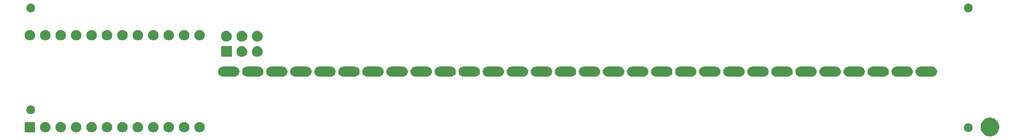
<source format=gbr>
G04 #@! TF.GenerationSoftware,KiCad,Pcbnew,5.1.6+dfsg1-1~bpo10+1*
G04 #@! TF.CreationDate,2020-08-19T15:46:29+03:00*
G04 #@! TF.ProjectId,CompactBeamspringP1,436f6d70-6163-4744-9265-616d73707269,0.0.3*
G04 #@! TF.SameCoordinates,Original*
G04 #@! TF.FileFunction,Soldermask,Top*
G04 #@! TF.FilePolarity,Negative*
%FSLAX46Y46*%
G04 Gerber Fmt 4.6, Leading zero omitted, Abs format (unit mm)*
G04 Created by KiCad (PCBNEW 5.1.6+dfsg1-1~bpo10+1) date 2020-08-19 15:46:29*
%MOMM*%
%LPD*%
G01*
G04 APERTURE LIST*
%ADD10C,0.100000*%
G04 APERTURE END LIST*
D10*
G36*
X268502352Y-122558796D02*
G01*
X268502355Y-122558797D01*
X268502354Y-122558797D01*
X268784580Y-122675699D01*
X269038578Y-122845415D01*
X269254585Y-123061422D01*
X269424301Y-123315420D01*
X269424301Y-123315421D01*
X269541204Y-123597648D01*
X269600800Y-123897259D01*
X269600800Y-124202741D01*
X269541204Y-124502352D01*
X269541203Y-124502354D01*
X269424301Y-124784580D01*
X269254585Y-125038578D01*
X269038578Y-125254585D01*
X268784580Y-125424301D01*
X268585014Y-125506964D01*
X268502352Y-125541204D01*
X268202741Y-125600800D01*
X267897259Y-125600800D01*
X267597648Y-125541204D01*
X267514986Y-125506964D01*
X267315420Y-125424301D01*
X267061422Y-125254585D01*
X266845415Y-125038578D01*
X266675699Y-124784580D01*
X266558797Y-124502354D01*
X266558796Y-124502352D01*
X266499200Y-124202741D01*
X266499200Y-123897259D01*
X266558796Y-123597648D01*
X266675699Y-123315421D01*
X266675699Y-123315420D01*
X266845415Y-123061422D01*
X267061422Y-122845415D01*
X267315420Y-122675699D01*
X267597646Y-122558797D01*
X267597645Y-122558797D01*
X267597648Y-122558796D01*
X267897259Y-122499200D01*
X268202741Y-122499200D01*
X268502352Y-122558796D01*
G37*
G36*
X138185069Y-123248515D02*
G01*
X138339905Y-123312651D01*
X138479254Y-123405760D01*
X138597760Y-123524266D01*
X138690869Y-123663615D01*
X138755005Y-123818451D01*
X138787700Y-123982823D01*
X138787700Y-124150417D01*
X138755005Y-124314789D01*
X138690869Y-124469625D01*
X138597760Y-124608974D01*
X138479254Y-124727480D01*
X138339905Y-124820589D01*
X138185069Y-124884725D01*
X138020697Y-124917420D01*
X137853103Y-124917420D01*
X137688731Y-124884725D01*
X137533895Y-124820589D01*
X137394546Y-124727480D01*
X137276040Y-124608974D01*
X137182931Y-124469625D01*
X137118795Y-124314789D01*
X137086100Y-124150417D01*
X137086100Y-123982823D01*
X137118795Y-123818451D01*
X137182931Y-123663615D01*
X137276040Y-123524266D01*
X137394546Y-123405760D01*
X137533895Y-123312651D01*
X137688731Y-123248515D01*
X137853103Y-123215820D01*
X138020697Y-123215820D01*
X138185069Y-123248515D01*
G37*
G36*
X135645069Y-123248515D02*
G01*
X135799905Y-123312651D01*
X135939254Y-123405760D01*
X136057760Y-123524266D01*
X136150869Y-123663615D01*
X136215005Y-123818451D01*
X136247700Y-123982823D01*
X136247700Y-124150417D01*
X136215005Y-124314789D01*
X136150869Y-124469625D01*
X136057760Y-124608974D01*
X135939254Y-124727480D01*
X135799905Y-124820589D01*
X135645069Y-124884725D01*
X135480697Y-124917420D01*
X135313103Y-124917420D01*
X135148731Y-124884725D01*
X134993895Y-124820589D01*
X134854546Y-124727480D01*
X134736040Y-124608974D01*
X134642931Y-124469625D01*
X134578795Y-124314789D01*
X134546100Y-124150417D01*
X134546100Y-123982823D01*
X134578795Y-123818451D01*
X134642931Y-123663615D01*
X134736040Y-123524266D01*
X134854546Y-123405760D01*
X134993895Y-123312651D01*
X135148731Y-123248515D01*
X135313103Y-123215820D01*
X135480697Y-123215820D01*
X135645069Y-123248515D01*
G37*
G36*
X133105069Y-123248515D02*
G01*
X133259905Y-123312651D01*
X133399254Y-123405760D01*
X133517760Y-123524266D01*
X133610869Y-123663615D01*
X133675005Y-123818451D01*
X133707700Y-123982823D01*
X133707700Y-124150417D01*
X133675005Y-124314789D01*
X133610869Y-124469625D01*
X133517760Y-124608974D01*
X133399254Y-124727480D01*
X133259905Y-124820589D01*
X133105069Y-124884725D01*
X132940697Y-124917420D01*
X132773103Y-124917420D01*
X132608731Y-124884725D01*
X132453895Y-124820589D01*
X132314546Y-124727480D01*
X132196040Y-124608974D01*
X132102931Y-124469625D01*
X132038795Y-124314789D01*
X132006100Y-124150417D01*
X132006100Y-123982823D01*
X132038795Y-123818451D01*
X132102931Y-123663615D01*
X132196040Y-123524266D01*
X132314546Y-123405760D01*
X132453895Y-123312651D01*
X132608731Y-123248515D01*
X132773103Y-123215820D01*
X132940697Y-123215820D01*
X133105069Y-123248515D01*
G37*
G36*
X130565069Y-123248515D02*
G01*
X130719905Y-123312651D01*
X130859254Y-123405760D01*
X130977760Y-123524266D01*
X131070869Y-123663615D01*
X131135005Y-123818451D01*
X131167700Y-123982823D01*
X131167700Y-124150417D01*
X131135005Y-124314789D01*
X131070869Y-124469625D01*
X130977760Y-124608974D01*
X130859254Y-124727480D01*
X130719905Y-124820589D01*
X130565069Y-124884725D01*
X130400697Y-124917420D01*
X130233103Y-124917420D01*
X130068731Y-124884725D01*
X129913895Y-124820589D01*
X129774546Y-124727480D01*
X129656040Y-124608974D01*
X129562931Y-124469625D01*
X129498795Y-124314789D01*
X129466100Y-124150417D01*
X129466100Y-123982823D01*
X129498795Y-123818451D01*
X129562931Y-123663615D01*
X129656040Y-123524266D01*
X129774546Y-123405760D01*
X129913895Y-123312651D01*
X130068731Y-123248515D01*
X130233103Y-123215820D01*
X130400697Y-123215820D01*
X130565069Y-123248515D01*
G37*
G36*
X128025069Y-123248515D02*
G01*
X128179905Y-123312651D01*
X128319254Y-123405760D01*
X128437760Y-123524266D01*
X128530869Y-123663615D01*
X128595005Y-123818451D01*
X128627700Y-123982823D01*
X128627700Y-124150417D01*
X128595005Y-124314789D01*
X128530869Y-124469625D01*
X128437760Y-124608974D01*
X128319254Y-124727480D01*
X128179905Y-124820589D01*
X128025069Y-124884725D01*
X127860697Y-124917420D01*
X127693103Y-124917420D01*
X127528731Y-124884725D01*
X127373895Y-124820589D01*
X127234546Y-124727480D01*
X127116040Y-124608974D01*
X127022931Y-124469625D01*
X126958795Y-124314789D01*
X126926100Y-124150417D01*
X126926100Y-123982823D01*
X126958795Y-123818451D01*
X127022931Y-123663615D01*
X127116040Y-123524266D01*
X127234546Y-123405760D01*
X127373895Y-123312651D01*
X127528731Y-123248515D01*
X127693103Y-123215820D01*
X127860697Y-123215820D01*
X128025069Y-123248515D01*
G37*
G36*
X125485069Y-123248515D02*
G01*
X125639905Y-123312651D01*
X125779254Y-123405760D01*
X125897760Y-123524266D01*
X125990869Y-123663615D01*
X126055005Y-123818451D01*
X126087700Y-123982823D01*
X126087700Y-124150417D01*
X126055005Y-124314789D01*
X125990869Y-124469625D01*
X125897760Y-124608974D01*
X125779254Y-124727480D01*
X125639905Y-124820589D01*
X125485069Y-124884725D01*
X125320697Y-124917420D01*
X125153103Y-124917420D01*
X124988731Y-124884725D01*
X124833895Y-124820589D01*
X124694546Y-124727480D01*
X124576040Y-124608974D01*
X124482931Y-124469625D01*
X124418795Y-124314789D01*
X124386100Y-124150417D01*
X124386100Y-123982823D01*
X124418795Y-123818451D01*
X124482931Y-123663615D01*
X124576040Y-123524266D01*
X124694546Y-123405760D01*
X124833895Y-123312651D01*
X124988731Y-123248515D01*
X125153103Y-123215820D01*
X125320697Y-123215820D01*
X125485069Y-123248515D01*
G37*
G36*
X122945069Y-123248515D02*
G01*
X123099905Y-123312651D01*
X123239254Y-123405760D01*
X123357760Y-123524266D01*
X123450869Y-123663615D01*
X123515005Y-123818451D01*
X123547700Y-123982823D01*
X123547700Y-124150417D01*
X123515005Y-124314789D01*
X123450869Y-124469625D01*
X123357760Y-124608974D01*
X123239254Y-124727480D01*
X123099905Y-124820589D01*
X122945069Y-124884725D01*
X122780697Y-124917420D01*
X122613103Y-124917420D01*
X122448731Y-124884725D01*
X122293895Y-124820589D01*
X122154546Y-124727480D01*
X122036040Y-124608974D01*
X121942931Y-124469625D01*
X121878795Y-124314789D01*
X121846100Y-124150417D01*
X121846100Y-123982823D01*
X121878795Y-123818451D01*
X121942931Y-123663615D01*
X122036040Y-123524266D01*
X122154546Y-123405760D01*
X122293895Y-123312651D01*
X122448731Y-123248515D01*
X122613103Y-123215820D01*
X122780697Y-123215820D01*
X122945069Y-123248515D01*
G37*
G36*
X120405069Y-123248515D02*
G01*
X120559905Y-123312651D01*
X120699254Y-123405760D01*
X120817760Y-123524266D01*
X120910869Y-123663615D01*
X120975005Y-123818451D01*
X121007700Y-123982823D01*
X121007700Y-124150417D01*
X120975005Y-124314789D01*
X120910869Y-124469625D01*
X120817760Y-124608974D01*
X120699254Y-124727480D01*
X120559905Y-124820589D01*
X120405069Y-124884725D01*
X120240697Y-124917420D01*
X120073103Y-124917420D01*
X119908731Y-124884725D01*
X119753895Y-124820589D01*
X119614546Y-124727480D01*
X119496040Y-124608974D01*
X119402931Y-124469625D01*
X119338795Y-124314789D01*
X119306100Y-124150417D01*
X119306100Y-123982823D01*
X119338795Y-123818451D01*
X119402931Y-123663615D01*
X119496040Y-123524266D01*
X119614546Y-123405760D01*
X119753895Y-123312651D01*
X119908731Y-123248515D01*
X120073103Y-123215820D01*
X120240697Y-123215820D01*
X120405069Y-123248515D01*
G37*
G36*
X117865069Y-123248515D02*
G01*
X118019905Y-123312651D01*
X118159254Y-123405760D01*
X118277760Y-123524266D01*
X118370869Y-123663615D01*
X118435005Y-123818451D01*
X118467700Y-123982823D01*
X118467700Y-124150417D01*
X118435005Y-124314789D01*
X118370869Y-124469625D01*
X118277760Y-124608974D01*
X118159254Y-124727480D01*
X118019905Y-124820589D01*
X117865069Y-124884725D01*
X117700697Y-124917420D01*
X117533103Y-124917420D01*
X117368731Y-124884725D01*
X117213895Y-124820589D01*
X117074546Y-124727480D01*
X116956040Y-124608974D01*
X116862931Y-124469625D01*
X116798795Y-124314789D01*
X116766100Y-124150417D01*
X116766100Y-123982823D01*
X116798795Y-123818451D01*
X116862931Y-123663615D01*
X116956040Y-123524266D01*
X117074546Y-123405760D01*
X117213895Y-123312651D01*
X117368731Y-123248515D01*
X117533103Y-123215820D01*
X117700697Y-123215820D01*
X117865069Y-123248515D01*
G37*
G36*
X115325069Y-123248515D02*
G01*
X115479905Y-123312651D01*
X115619254Y-123405760D01*
X115737760Y-123524266D01*
X115830869Y-123663615D01*
X115895005Y-123818451D01*
X115927700Y-123982823D01*
X115927700Y-124150417D01*
X115895005Y-124314789D01*
X115830869Y-124469625D01*
X115737760Y-124608974D01*
X115619254Y-124727480D01*
X115479905Y-124820589D01*
X115325069Y-124884725D01*
X115160697Y-124917420D01*
X114993103Y-124917420D01*
X114828731Y-124884725D01*
X114673895Y-124820589D01*
X114534546Y-124727480D01*
X114416040Y-124608974D01*
X114322931Y-124469625D01*
X114258795Y-124314789D01*
X114226100Y-124150417D01*
X114226100Y-123982823D01*
X114258795Y-123818451D01*
X114322931Y-123663615D01*
X114416040Y-123524266D01*
X114534546Y-123405760D01*
X114673895Y-123312651D01*
X114828731Y-123248515D01*
X114993103Y-123215820D01*
X115160697Y-123215820D01*
X115325069Y-123248515D01*
G37*
G36*
X112785069Y-123248515D02*
G01*
X112939905Y-123312651D01*
X113079254Y-123405760D01*
X113197760Y-123524266D01*
X113290869Y-123663615D01*
X113355005Y-123818451D01*
X113387700Y-123982823D01*
X113387700Y-124150417D01*
X113355005Y-124314789D01*
X113290869Y-124469625D01*
X113197760Y-124608974D01*
X113079254Y-124727480D01*
X112939905Y-124820589D01*
X112785069Y-124884725D01*
X112620697Y-124917420D01*
X112453103Y-124917420D01*
X112288731Y-124884725D01*
X112133895Y-124820589D01*
X111994546Y-124727480D01*
X111876040Y-124608974D01*
X111782931Y-124469625D01*
X111718795Y-124314789D01*
X111686100Y-124150417D01*
X111686100Y-123982823D01*
X111718795Y-123818451D01*
X111782931Y-123663615D01*
X111876040Y-123524266D01*
X111994546Y-123405760D01*
X112133895Y-123312651D01*
X112288731Y-123248515D01*
X112453103Y-123215820D01*
X112620697Y-123215820D01*
X112785069Y-123248515D01*
G37*
G36*
X110847700Y-124917420D02*
G01*
X109146100Y-124917420D01*
X109146100Y-123215820D01*
X110847700Y-123215820D01*
X110847700Y-124917420D01*
G37*
G36*
X264711183Y-123453823D02*
G01*
X264842943Y-123508400D01*
X264961523Y-123587633D01*
X265062367Y-123688477D01*
X265141600Y-123807057D01*
X265196177Y-123938817D01*
X265224000Y-124078692D01*
X265224000Y-124221308D01*
X265196177Y-124361183D01*
X265141600Y-124492943D01*
X265062367Y-124611523D01*
X264961523Y-124712367D01*
X264842943Y-124791600D01*
X264711183Y-124846177D01*
X264571308Y-124874000D01*
X264428692Y-124874000D01*
X264288817Y-124846177D01*
X264157057Y-124791600D01*
X264038477Y-124712367D01*
X263937633Y-124611523D01*
X263858400Y-124492943D01*
X263803823Y-124361183D01*
X263776000Y-124221308D01*
X263776000Y-124078692D01*
X263803823Y-123938817D01*
X263858400Y-123807057D01*
X263937633Y-123688477D01*
X264038477Y-123587633D01*
X264157057Y-123508400D01*
X264288817Y-123453823D01*
X264428692Y-123426000D01*
X264571308Y-123426000D01*
X264711183Y-123453823D01*
G37*
G36*
X110361183Y-120503823D02*
G01*
X110492943Y-120558400D01*
X110611523Y-120637633D01*
X110712367Y-120738477D01*
X110791600Y-120857057D01*
X110846177Y-120988817D01*
X110874000Y-121128692D01*
X110874000Y-121271308D01*
X110846177Y-121411183D01*
X110791600Y-121542943D01*
X110712367Y-121661523D01*
X110611523Y-121762367D01*
X110492943Y-121841600D01*
X110361183Y-121896177D01*
X110221308Y-121924000D01*
X110078692Y-121924000D01*
X109938817Y-121896177D01*
X109807057Y-121841600D01*
X109688477Y-121762367D01*
X109587633Y-121661523D01*
X109508400Y-121542943D01*
X109453823Y-121411183D01*
X109426000Y-121271308D01*
X109426000Y-121128692D01*
X109453823Y-120988817D01*
X109508400Y-120857057D01*
X109587633Y-120738477D01*
X109688477Y-120637633D01*
X109807057Y-120558400D01*
X109938817Y-120503823D01*
X110078692Y-120476000D01*
X110221308Y-120476000D01*
X110361183Y-120503823D01*
G37*
G36*
X223028544Y-114061528D02*
G01*
X223184212Y-114108750D01*
X223327670Y-114185431D01*
X223453414Y-114288626D01*
X223556609Y-114414370D01*
X223633290Y-114557828D01*
X223680512Y-114713496D01*
X223696455Y-114875380D01*
X223680512Y-115037264D01*
X223633290Y-115192932D01*
X223556609Y-115336390D01*
X223453414Y-115462134D01*
X223327670Y-115565329D01*
X223184212Y-115642010D01*
X223028544Y-115689232D01*
X222907227Y-115701180D01*
X220956093Y-115701180D01*
X220834776Y-115689232D01*
X220679108Y-115642010D01*
X220535650Y-115565329D01*
X220409906Y-115462134D01*
X220306711Y-115336390D01*
X220230030Y-115192932D01*
X220182808Y-115037264D01*
X220166865Y-114875380D01*
X220182808Y-114713496D01*
X220230030Y-114557828D01*
X220306711Y-114414370D01*
X220409906Y-114288626D01*
X220535650Y-114185431D01*
X220679108Y-114108750D01*
X220834776Y-114061528D01*
X220956093Y-114049580D01*
X222907227Y-114049580D01*
X223028544Y-114061528D01*
G37*
G36*
X226988544Y-114061528D02*
G01*
X227144212Y-114108750D01*
X227287670Y-114185431D01*
X227413414Y-114288626D01*
X227516609Y-114414370D01*
X227593290Y-114557828D01*
X227640512Y-114713496D01*
X227656455Y-114875380D01*
X227640512Y-115037264D01*
X227593290Y-115192932D01*
X227516609Y-115336390D01*
X227413414Y-115462134D01*
X227287670Y-115565329D01*
X227144212Y-115642010D01*
X226988544Y-115689232D01*
X226867227Y-115701180D01*
X224916093Y-115701180D01*
X224794776Y-115689232D01*
X224639108Y-115642010D01*
X224495650Y-115565329D01*
X224369906Y-115462134D01*
X224266711Y-115336390D01*
X224190030Y-115192932D01*
X224142808Y-115037264D01*
X224126865Y-114875380D01*
X224142808Y-114713496D01*
X224190030Y-114557828D01*
X224266711Y-114414370D01*
X224369906Y-114288626D01*
X224495650Y-114185431D01*
X224639108Y-114108750D01*
X224794776Y-114061528D01*
X224916093Y-114049580D01*
X226867227Y-114049580D01*
X226988544Y-114061528D01*
G37*
G36*
X230948544Y-114061528D02*
G01*
X231104212Y-114108750D01*
X231247670Y-114185431D01*
X231373414Y-114288626D01*
X231476609Y-114414370D01*
X231553290Y-114557828D01*
X231600512Y-114713496D01*
X231616455Y-114875380D01*
X231600512Y-115037264D01*
X231553290Y-115192932D01*
X231476609Y-115336390D01*
X231373414Y-115462134D01*
X231247670Y-115565329D01*
X231104212Y-115642010D01*
X230948544Y-115689232D01*
X230827227Y-115701180D01*
X228876093Y-115701180D01*
X228754776Y-115689232D01*
X228599108Y-115642010D01*
X228455650Y-115565329D01*
X228329906Y-115462134D01*
X228226711Y-115336390D01*
X228150030Y-115192932D01*
X228102808Y-115037264D01*
X228086865Y-114875380D01*
X228102808Y-114713496D01*
X228150030Y-114557828D01*
X228226711Y-114414370D01*
X228329906Y-114288626D01*
X228455650Y-114185431D01*
X228599108Y-114108750D01*
X228754776Y-114061528D01*
X228876093Y-114049580D01*
X230827227Y-114049580D01*
X230948544Y-114061528D01*
G37*
G36*
X219068544Y-114061528D02*
G01*
X219224212Y-114108750D01*
X219367670Y-114185431D01*
X219493414Y-114288626D01*
X219596609Y-114414370D01*
X219673290Y-114557828D01*
X219720512Y-114713496D01*
X219736455Y-114875380D01*
X219720512Y-115037264D01*
X219673290Y-115192932D01*
X219596609Y-115336390D01*
X219493414Y-115462134D01*
X219367670Y-115565329D01*
X219224212Y-115642010D01*
X219068544Y-115689232D01*
X218947227Y-115701180D01*
X216996093Y-115701180D01*
X216874776Y-115689232D01*
X216719108Y-115642010D01*
X216575650Y-115565329D01*
X216449906Y-115462134D01*
X216346711Y-115336390D01*
X216270030Y-115192932D01*
X216222808Y-115037264D01*
X216206865Y-114875380D01*
X216222808Y-114713496D01*
X216270030Y-114557828D01*
X216346711Y-114414370D01*
X216449906Y-114288626D01*
X216575650Y-114185431D01*
X216719108Y-114108750D01*
X216874776Y-114061528D01*
X216996093Y-114049580D01*
X218947227Y-114049580D01*
X219068544Y-114061528D01*
G37*
G36*
X167588544Y-114061528D02*
G01*
X167744212Y-114108750D01*
X167887670Y-114185431D01*
X168013414Y-114288626D01*
X168116609Y-114414370D01*
X168193290Y-114557828D01*
X168240512Y-114713496D01*
X168256455Y-114875380D01*
X168240512Y-115037264D01*
X168193290Y-115192932D01*
X168116609Y-115336390D01*
X168013414Y-115462134D01*
X167887670Y-115565329D01*
X167744212Y-115642010D01*
X167588544Y-115689232D01*
X167467227Y-115701180D01*
X165516093Y-115701180D01*
X165394776Y-115689232D01*
X165239108Y-115642010D01*
X165095650Y-115565329D01*
X164969906Y-115462134D01*
X164866711Y-115336390D01*
X164790030Y-115192932D01*
X164742808Y-115037264D01*
X164726865Y-114875380D01*
X164742808Y-114713496D01*
X164790030Y-114557828D01*
X164866711Y-114414370D01*
X164969906Y-114288626D01*
X165095650Y-114185431D01*
X165239108Y-114108750D01*
X165394776Y-114061528D01*
X165516093Y-114049580D01*
X167467227Y-114049580D01*
X167588544Y-114061528D01*
G37*
G36*
X211148544Y-114061528D02*
G01*
X211304212Y-114108750D01*
X211447670Y-114185431D01*
X211573414Y-114288626D01*
X211676609Y-114414370D01*
X211753290Y-114557828D01*
X211800512Y-114713496D01*
X211816455Y-114875380D01*
X211800512Y-115037264D01*
X211753290Y-115192932D01*
X211676609Y-115336390D01*
X211573414Y-115462134D01*
X211447670Y-115565329D01*
X211304212Y-115642010D01*
X211148544Y-115689232D01*
X211027227Y-115701180D01*
X209076093Y-115701180D01*
X208954776Y-115689232D01*
X208799108Y-115642010D01*
X208655650Y-115565329D01*
X208529906Y-115462134D01*
X208426711Y-115336390D01*
X208350030Y-115192932D01*
X208302808Y-115037264D01*
X208286865Y-114875380D01*
X208302808Y-114713496D01*
X208350030Y-114557828D01*
X208426711Y-114414370D01*
X208529906Y-114288626D01*
X208655650Y-114185431D01*
X208799108Y-114108750D01*
X208954776Y-114061528D01*
X209076093Y-114049580D01*
X211027227Y-114049580D01*
X211148544Y-114061528D01*
G37*
G36*
X207188544Y-114061528D02*
G01*
X207344212Y-114108750D01*
X207487670Y-114185431D01*
X207613414Y-114288626D01*
X207716609Y-114414370D01*
X207793290Y-114557828D01*
X207840512Y-114713496D01*
X207856455Y-114875380D01*
X207840512Y-115037264D01*
X207793290Y-115192932D01*
X207716609Y-115336390D01*
X207613414Y-115462134D01*
X207487670Y-115565329D01*
X207344212Y-115642010D01*
X207188544Y-115689232D01*
X207067227Y-115701180D01*
X205116093Y-115701180D01*
X204994776Y-115689232D01*
X204839108Y-115642010D01*
X204695650Y-115565329D01*
X204569906Y-115462134D01*
X204466711Y-115336390D01*
X204390030Y-115192932D01*
X204342808Y-115037264D01*
X204326865Y-114875380D01*
X204342808Y-114713496D01*
X204390030Y-114557828D01*
X204466711Y-114414370D01*
X204569906Y-114288626D01*
X204695650Y-114185431D01*
X204839108Y-114108750D01*
X204994776Y-114061528D01*
X205116093Y-114049580D01*
X207067227Y-114049580D01*
X207188544Y-114061528D01*
G37*
G36*
X203228544Y-114061528D02*
G01*
X203384212Y-114108750D01*
X203527670Y-114185431D01*
X203653414Y-114288626D01*
X203756609Y-114414370D01*
X203833290Y-114557828D01*
X203880512Y-114713496D01*
X203896455Y-114875380D01*
X203880512Y-115037264D01*
X203833290Y-115192932D01*
X203756609Y-115336390D01*
X203653414Y-115462134D01*
X203527670Y-115565329D01*
X203384212Y-115642010D01*
X203228544Y-115689232D01*
X203107227Y-115701180D01*
X201156093Y-115701180D01*
X201034776Y-115689232D01*
X200879108Y-115642010D01*
X200735650Y-115565329D01*
X200609906Y-115462134D01*
X200506711Y-115336390D01*
X200430030Y-115192932D01*
X200382808Y-115037264D01*
X200366865Y-114875380D01*
X200382808Y-114713496D01*
X200430030Y-114557828D01*
X200506711Y-114414370D01*
X200609906Y-114288626D01*
X200735650Y-114185431D01*
X200879108Y-114108750D01*
X201034776Y-114061528D01*
X201156093Y-114049580D01*
X203107227Y-114049580D01*
X203228544Y-114061528D01*
G37*
G36*
X199268544Y-114061528D02*
G01*
X199424212Y-114108750D01*
X199567670Y-114185431D01*
X199693414Y-114288626D01*
X199796609Y-114414370D01*
X199873290Y-114557828D01*
X199920512Y-114713496D01*
X199936455Y-114875380D01*
X199920512Y-115037264D01*
X199873290Y-115192932D01*
X199796609Y-115336390D01*
X199693414Y-115462134D01*
X199567670Y-115565329D01*
X199424212Y-115642010D01*
X199268544Y-115689232D01*
X199147227Y-115701180D01*
X197196093Y-115701180D01*
X197074776Y-115689232D01*
X196919108Y-115642010D01*
X196775650Y-115565329D01*
X196649906Y-115462134D01*
X196546711Y-115336390D01*
X196470030Y-115192932D01*
X196422808Y-115037264D01*
X196406865Y-114875380D01*
X196422808Y-114713496D01*
X196470030Y-114557828D01*
X196546711Y-114414370D01*
X196649906Y-114288626D01*
X196775650Y-114185431D01*
X196919108Y-114108750D01*
X197074776Y-114061528D01*
X197196093Y-114049580D01*
X199147227Y-114049580D01*
X199268544Y-114061528D01*
G37*
G36*
X195308544Y-114061528D02*
G01*
X195464212Y-114108750D01*
X195607670Y-114185431D01*
X195733414Y-114288626D01*
X195836609Y-114414370D01*
X195913290Y-114557828D01*
X195960512Y-114713496D01*
X195976455Y-114875380D01*
X195960512Y-115037264D01*
X195913290Y-115192932D01*
X195836609Y-115336390D01*
X195733414Y-115462134D01*
X195607670Y-115565329D01*
X195464212Y-115642010D01*
X195308544Y-115689232D01*
X195187227Y-115701180D01*
X193236093Y-115701180D01*
X193114776Y-115689232D01*
X192959108Y-115642010D01*
X192815650Y-115565329D01*
X192689906Y-115462134D01*
X192586711Y-115336390D01*
X192510030Y-115192932D01*
X192462808Y-115037264D01*
X192446865Y-114875380D01*
X192462808Y-114713496D01*
X192510030Y-114557828D01*
X192586711Y-114414370D01*
X192689906Y-114288626D01*
X192815650Y-114185431D01*
X192959108Y-114108750D01*
X193114776Y-114061528D01*
X193236093Y-114049580D01*
X195187227Y-114049580D01*
X195308544Y-114061528D01*
G37*
G36*
X191348544Y-114061528D02*
G01*
X191504212Y-114108750D01*
X191647670Y-114185431D01*
X191773414Y-114288626D01*
X191876609Y-114414370D01*
X191953290Y-114557828D01*
X192000512Y-114713496D01*
X192016455Y-114875380D01*
X192000512Y-115037264D01*
X191953290Y-115192932D01*
X191876609Y-115336390D01*
X191773414Y-115462134D01*
X191647670Y-115565329D01*
X191504212Y-115642010D01*
X191348544Y-115689232D01*
X191227227Y-115701180D01*
X189276093Y-115701180D01*
X189154776Y-115689232D01*
X188999108Y-115642010D01*
X188855650Y-115565329D01*
X188729906Y-115462134D01*
X188626711Y-115336390D01*
X188550030Y-115192932D01*
X188502808Y-115037264D01*
X188486865Y-114875380D01*
X188502808Y-114713496D01*
X188550030Y-114557828D01*
X188626711Y-114414370D01*
X188729906Y-114288626D01*
X188855650Y-114185431D01*
X188999108Y-114108750D01*
X189154776Y-114061528D01*
X189276093Y-114049580D01*
X191227227Y-114049580D01*
X191348544Y-114061528D01*
G37*
G36*
X187388544Y-114061528D02*
G01*
X187544212Y-114108750D01*
X187687670Y-114185431D01*
X187813414Y-114288626D01*
X187916609Y-114414370D01*
X187993290Y-114557828D01*
X188040512Y-114713496D01*
X188056455Y-114875380D01*
X188040512Y-115037264D01*
X187993290Y-115192932D01*
X187916609Y-115336390D01*
X187813414Y-115462134D01*
X187687670Y-115565329D01*
X187544212Y-115642010D01*
X187388544Y-115689232D01*
X187267227Y-115701180D01*
X185316093Y-115701180D01*
X185194776Y-115689232D01*
X185039108Y-115642010D01*
X184895650Y-115565329D01*
X184769906Y-115462134D01*
X184666711Y-115336390D01*
X184590030Y-115192932D01*
X184542808Y-115037264D01*
X184526865Y-114875380D01*
X184542808Y-114713496D01*
X184590030Y-114557828D01*
X184666711Y-114414370D01*
X184769906Y-114288626D01*
X184895650Y-114185431D01*
X185039108Y-114108750D01*
X185194776Y-114061528D01*
X185316093Y-114049580D01*
X187267227Y-114049580D01*
X187388544Y-114061528D01*
G37*
G36*
X183428544Y-114061528D02*
G01*
X183584212Y-114108750D01*
X183727670Y-114185431D01*
X183853414Y-114288626D01*
X183956609Y-114414370D01*
X184033290Y-114557828D01*
X184080512Y-114713496D01*
X184096455Y-114875380D01*
X184080512Y-115037264D01*
X184033290Y-115192932D01*
X183956609Y-115336390D01*
X183853414Y-115462134D01*
X183727670Y-115565329D01*
X183584212Y-115642010D01*
X183428544Y-115689232D01*
X183307227Y-115701180D01*
X181356093Y-115701180D01*
X181234776Y-115689232D01*
X181079108Y-115642010D01*
X180935650Y-115565329D01*
X180809906Y-115462134D01*
X180706711Y-115336390D01*
X180630030Y-115192932D01*
X180582808Y-115037264D01*
X180566865Y-114875380D01*
X180582808Y-114713496D01*
X180630030Y-114557828D01*
X180706711Y-114414370D01*
X180809906Y-114288626D01*
X180935650Y-114185431D01*
X181079108Y-114108750D01*
X181234776Y-114061528D01*
X181356093Y-114049580D01*
X183307227Y-114049580D01*
X183428544Y-114061528D01*
G37*
G36*
X179468544Y-114061528D02*
G01*
X179624212Y-114108750D01*
X179767670Y-114185431D01*
X179893414Y-114288626D01*
X179996609Y-114414370D01*
X180073290Y-114557828D01*
X180120512Y-114713496D01*
X180136455Y-114875380D01*
X180120512Y-115037264D01*
X180073290Y-115192932D01*
X179996609Y-115336390D01*
X179893414Y-115462134D01*
X179767670Y-115565329D01*
X179624212Y-115642010D01*
X179468544Y-115689232D01*
X179347227Y-115701180D01*
X177396093Y-115701180D01*
X177274776Y-115689232D01*
X177119108Y-115642010D01*
X176975650Y-115565329D01*
X176849906Y-115462134D01*
X176746711Y-115336390D01*
X176670030Y-115192932D01*
X176622808Y-115037264D01*
X176606865Y-114875380D01*
X176622808Y-114713496D01*
X176670030Y-114557828D01*
X176746711Y-114414370D01*
X176849906Y-114288626D01*
X176975650Y-114185431D01*
X177119108Y-114108750D01*
X177274776Y-114061528D01*
X177396093Y-114049580D01*
X179347227Y-114049580D01*
X179468544Y-114061528D01*
G37*
G36*
X175508544Y-114061528D02*
G01*
X175664212Y-114108750D01*
X175807670Y-114185431D01*
X175933414Y-114288626D01*
X176036609Y-114414370D01*
X176113290Y-114557828D01*
X176160512Y-114713496D01*
X176176455Y-114875380D01*
X176160512Y-115037264D01*
X176113290Y-115192932D01*
X176036609Y-115336390D01*
X175933414Y-115462134D01*
X175807670Y-115565329D01*
X175664212Y-115642010D01*
X175508544Y-115689232D01*
X175387227Y-115701180D01*
X173436093Y-115701180D01*
X173314776Y-115689232D01*
X173159108Y-115642010D01*
X173015650Y-115565329D01*
X172889906Y-115462134D01*
X172786711Y-115336390D01*
X172710030Y-115192932D01*
X172662808Y-115037264D01*
X172646865Y-114875380D01*
X172662808Y-114713496D01*
X172710030Y-114557828D01*
X172786711Y-114414370D01*
X172889906Y-114288626D01*
X173015650Y-114185431D01*
X173159108Y-114108750D01*
X173314776Y-114061528D01*
X173436093Y-114049580D01*
X175387227Y-114049580D01*
X175508544Y-114061528D01*
G37*
G36*
X238868544Y-114061528D02*
G01*
X239024212Y-114108750D01*
X239167670Y-114185431D01*
X239293414Y-114288626D01*
X239396609Y-114414370D01*
X239473290Y-114557828D01*
X239520512Y-114713496D01*
X239536455Y-114875380D01*
X239520512Y-115037264D01*
X239473290Y-115192932D01*
X239396609Y-115336390D01*
X239293414Y-115462134D01*
X239167670Y-115565329D01*
X239024212Y-115642010D01*
X238868544Y-115689232D01*
X238747227Y-115701180D01*
X236796093Y-115701180D01*
X236674776Y-115689232D01*
X236519108Y-115642010D01*
X236375650Y-115565329D01*
X236249906Y-115462134D01*
X236146711Y-115336390D01*
X236070030Y-115192932D01*
X236022808Y-115037264D01*
X236006865Y-114875380D01*
X236022808Y-114713496D01*
X236070030Y-114557828D01*
X236146711Y-114414370D01*
X236249906Y-114288626D01*
X236375650Y-114185431D01*
X236519108Y-114108750D01*
X236674776Y-114061528D01*
X236796093Y-114049580D01*
X238747227Y-114049580D01*
X238868544Y-114061528D01*
G37*
G36*
X242828544Y-114061528D02*
G01*
X242984212Y-114108750D01*
X243127670Y-114185431D01*
X243253414Y-114288626D01*
X243356609Y-114414370D01*
X243433290Y-114557828D01*
X243480512Y-114713496D01*
X243496455Y-114875380D01*
X243480512Y-115037264D01*
X243433290Y-115192932D01*
X243356609Y-115336390D01*
X243253414Y-115462134D01*
X243127670Y-115565329D01*
X242984212Y-115642010D01*
X242828544Y-115689232D01*
X242707227Y-115701180D01*
X240756093Y-115701180D01*
X240634776Y-115689232D01*
X240479108Y-115642010D01*
X240335650Y-115565329D01*
X240209906Y-115462134D01*
X240106711Y-115336390D01*
X240030030Y-115192932D01*
X239982808Y-115037264D01*
X239966865Y-114875380D01*
X239982808Y-114713496D01*
X240030030Y-114557828D01*
X240106711Y-114414370D01*
X240209906Y-114288626D01*
X240335650Y-114185431D01*
X240479108Y-114108750D01*
X240634776Y-114061528D01*
X240756093Y-114049580D01*
X242707227Y-114049580D01*
X242828544Y-114061528D01*
G37*
G36*
X246788544Y-114061528D02*
G01*
X246944212Y-114108750D01*
X247087670Y-114185431D01*
X247213414Y-114288626D01*
X247316609Y-114414370D01*
X247393290Y-114557828D01*
X247440512Y-114713496D01*
X247456455Y-114875380D01*
X247440512Y-115037264D01*
X247393290Y-115192932D01*
X247316609Y-115336390D01*
X247213414Y-115462134D01*
X247087670Y-115565329D01*
X246944212Y-115642010D01*
X246788544Y-115689232D01*
X246667227Y-115701180D01*
X244716093Y-115701180D01*
X244594776Y-115689232D01*
X244439108Y-115642010D01*
X244295650Y-115565329D01*
X244169906Y-115462134D01*
X244066711Y-115336390D01*
X243990030Y-115192932D01*
X243942808Y-115037264D01*
X243926865Y-114875380D01*
X243942808Y-114713496D01*
X243990030Y-114557828D01*
X244066711Y-114414370D01*
X244169906Y-114288626D01*
X244295650Y-114185431D01*
X244439108Y-114108750D01*
X244594776Y-114061528D01*
X244716093Y-114049580D01*
X246667227Y-114049580D01*
X246788544Y-114061528D01*
G37*
G36*
X250748544Y-114061528D02*
G01*
X250904212Y-114108750D01*
X251047670Y-114185431D01*
X251173414Y-114288626D01*
X251276609Y-114414370D01*
X251353290Y-114557828D01*
X251400512Y-114713496D01*
X251416455Y-114875380D01*
X251400512Y-115037264D01*
X251353290Y-115192932D01*
X251276609Y-115336390D01*
X251173414Y-115462134D01*
X251047670Y-115565329D01*
X250904212Y-115642010D01*
X250748544Y-115689232D01*
X250627227Y-115701180D01*
X248676093Y-115701180D01*
X248554776Y-115689232D01*
X248399108Y-115642010D01*
X248255650Y-115565329D01*
X248129906Y-115462134D01*
X248026711Y-115336390D01*
X247950030Y-115192932D01*
X247902808Y-115037264D01*
X247886865Y-114875380D01*
X247902808Y-114713496D01*
X247950030Y-114557828D01*
X248026711Y-114414370D01*
X248129906Y-114288626D01*
X248255650Y-114185431D01*
X248399108Y-114108750D01*
X248554776Y-114061528D01*
X248676093Y-114049580D01*
X250627227Y-114049580D01*
X250748544Y-114061528D01*
G37*
G36*
X254708544Y-114061528D02*
G01*
X254864212Y-114108750D01*
X255007670Y-114185431D01*
X255133414Y-114288626D01*
X255236609Y-114414370D01*
X255313290Y-114557828D01*
X255360512Y-114713496D01*
X255376455Y-114875380D01*
X255360512Y-115037264D01*
X255313290Y-115192932D01*
X255236609Y-115336390D01*
X255133414Y-115462134D01*
X255007670Y-115565329D01*
X254864212Y-115642010D01*
X254708544Y-115689232D01*
X254587227Y-115701180D01*
X252636093Y-115701180D01*
X252514776Y-115689232D01*
X252359108Y-115642010D01*
X252215650Y-115565329D01*
X252089906Y-115462134D01*
X251986711Y-115336390D01*
X251910030Y-115192932D01*
X251862808Y-115037264D01*
X251846865Y-114875380D01*
X251862808Y-114713496D01*
X251910030Y-114557828D01*
X251986711Y-114414370D01*
X252089906Y-114288626D01*
X252215650Y-114185431D01*
X252359108Y-114108750D01*
X252514776Y-114061528D01*
X252636093Y-114049580D01*
X254587227Y-114049580D01*
X254708544Y-114061528D01*
G37*
G36*
X215108544Y-114061528D02*
G01*
X215264212Y-114108750D01*
X215407670Y-114185431D01*
X215533414Y-114288626D01*
X215636609Y-114414370D01*
X215713290Y-114557828D01*
X215760512Y-114713496D01*
X215776455Y-114875380D01*
X215760512Y-115037264D01*
X215713290Y-115192932D01*
X215636609Y-115336390D01*
X215533414Y-115462134D01*
X215407670Y-115565329D01*
X215264212Y-115642010D01*
X215108544Y-115689232D01*
X214987227Y-115701180D01*
X213036093Y-115701180D01*
X212914776Y-115689232D01*
X212759108Y-115642010D01*
X212615650Y-115565329D01*
X212489906Y-115462134D01*
X212386711Y-115336390D01*
X212310030Y-115192932D01*
X212262808Y-115037264D01*
X212246865Y-114875380D01*
X212262808Y-114713496D01*
X212310030Y-114557828D01*
X212386711Y-114414370D01*
X212489906Y-114288626D01*
X212615650Y-114185431D01*
X212759108Y-114108750D01*
X212914776Y-114061528D01*
X213036093Y-114049580D01*
X214987227Y-114049580D01*
X215108544Y-114061528D01*
G37*
G36*
X171548544Y-114061528D02*
G01*
X171704212Y-114108750D01*
X171847670Y-114185431D01*
X171973414Y-114288626D01*
X172076609Y-114414370D01*
X172153290Y-114557828D01*
X172200512Y-114713496D01*
X172216455Y-114875380D01*
X172200512Y-115037264D01*
X172153290Y-115192932D01*
X172076609Y-115336390D01*
X171973414Y-115462134D01*
X171847670Y-115565329D01*
X171704212Y-115642010D01*
X171548544Y-115689232D01*
X171427227Y-115701180D01*
X169476093Y-115701180D01*
X169354776Y-115689232D01*
X169199108Y-115642010D01*
X169055650Y-115565329D01*
X168929906Y-115462134D01*
X168826711Y-115336390D01*
X168750030Y-115192932D01*
X168702808Y-115037264D01*
X168686865Y-114875380D01*
X168702808Y-114713496D01*
X168750030Y-114557828D01*
X168826711Y-114414370D01*
X168929906Y-114288626D01*
X169055650Y-114185431D01*
X169199108Y-114108750D01*
X169354776Y-114061528D01*
X169476093Y-114049580D01*
X171427227Y-114049580D01*
X171548544Y-114061528D01*
G37*
G36*
X163628544Y-114061528D02*
G01*
X163784212Y-114108750D01*
X163927670Y-114185431D01*
X164053414Y-114288626D01*
X164156609Y-114414370D01*
X164233290Y-114557828D01*
X164280512Y-114713496D01*
X164296455Y-114875380D01*
X164280512Y-115037264D01*
X164233290Y-115192932D01*
X164156609Y-115336390D01*
X164053414Y-115462134D01*
X163927670Y-115565329D01*
X163784212Y-115642010D01*
X163628544Y-115689232D01*
X163507227Y-115701180D01*
X161556093Y-115701180D01*
X161434776Y-115689232D01*
X161279108Y-115642010D01*
X161135650Y-115565329D01*
X161009906Y-115462134D01*
X160906711Y-115336390D01*
X160830030Y-115192932D01*
X160782808Y-115037264D01*
X160766865Y-114875380D01*
X160782808Y-114713496D01*
X160830030Y-114557828D01*
X160906711Y-114414370D01*
X161009906Y-114288626D01*
X161135650Y-114185431D01*
X161279108Y-114108750D01*
X161434776Y-114061528D01*
X161556093Y-114049580D01*
X163507227Y-114049580D01*
X163628544Y-114061528D01*
G37*
G36*
X159668544Y-114061528D02*
G01*
X159824212Y-114108750D01*
X159967670Y-114185431D01*
X160093414Y-114288626D01*
X160196609Y-114414370D01*
X160273290Y-114557828D01*
X160320512Y-114713496D01*
X160336455Y-114875380D01*
X160320512Y-115037264D01*
X160273290Y-115192932D01*
X160196609Y-115336390D01*
X160093414Y-115462134D01*
X159967670Y-115565329D01*
X159824212Y-115642010D01*
X159668544Y-115689232D01*
X159547227Y-115701180D01*
X157596093Y-115701180D01*
X157474776Y-115689232D01*
X157319108Y-115642010D01*
X157175650Y-115565329D01*
X157049906Y-115462134D01*
X156946711Y-115336390D01*
X156870030Y-115192932D01*
X156822808Y-115037264D01*
X156806865Y-114875380D01*
X156822808Y-114713496D01*
X156870030Y-114557828D01*
X156946711Y-114414370D01*
X157049906Y-114288626D01*
X157175650Y-114185431D01*
X157319108Y-114108750D01*
X157474776Y-114061528D01*
X157596093Y-114049580D01*
X159547227Y-114049580D01*
X159668544Y-114061528D01*
G37*
G36*
X155708544Y-114061528D02*
G01*
X155864212Y-114108750D01*
X156007670Y-114185431D01*
X156133414Y-114288626D01*
X156236609Y-114414370D01*
X156313290Y-114557828D01*
X156360512Y-114713496D01*
X156376455Y-114875380D01*
X156360512Y-115037264D01*
X156313290Y-115192932D01*
X156236609Y-115336390D01*
X156133414Y-115462134D01*
X156007670Y-115565329D01*
X155864212Y-115642010D01*
X155708544Y-115689232D01*
X155587227Y-115701180D01*
X153636093Y-115701180D01*
X153514776Y-115689232D01*
X153359108Y-115642010D01*
X153215650Y-115565329D01*
X153089906Y-115462134D01*
X152986711Y-115336390D01*
X152910030Y-115192932D01*
X152862808Y-115037264D01*
X152846865Y-114875380D01*
X152862808Y-114713496D01*
X152910030Y-114557828D01*
X152986711Y-114414370D01*
X153089906Y-114288626D01*
X153215650Y-114185431D01*
X153359108Y-114108750D01*
X153514776Y-114061528D01*
X153636093Y-114049580D01*
X155587227Y-114049580D01*
X155708544Y-114061528D01*
G37*
G36*
X151748544Y-114061528D02*
G01*
X151904212Y-114108750D01*
X152047670Y-114185431D01*
X152173414Y-114288626D01*
X152276609Y-114414370D01*
X152353290Y-114557828D01*
X152400512Y-114713496D01*
X152416455Y-114875380D01*
X152400512Y-115037264D01*
X152353290Y-115192932D01*
X152276609Y-115336390D01*
X152173414Y-115462134D01*
X152047670Y-115565329D01*
X151904212Y-115642010D01*
X151748544Y-115689232D01*
X151627227Y-115701180D01*
X149676093Y-115701180D01*
X149554776Y-115689232D01*
X149399108Y-115642010D01*
X149255650Y-115565329D01*
X149129906Y-115462134D01*
X149026711Y-115336390D01*
X148950030Y-115192932D01*
X148902808Y-115037264D01*
X148886865Y-114875380D01*
X148902808Y-114713496D01*
X148950030Y-114557828D01*
X149026711Y-114414370D01*
X149129906Y-114288626D01*
X149255650Y-114185431D01*
X149399108Y-114108750D01*
X149554776Y-114061528D01*
X149676093Y-114049580D01*
X151627227Y-114049580D01*
X151748544Y-114061528D01*
G37*
G36*
X147788544Y-114061528D02*
G01*
X147944212Y-114108750D01*
X148087670Y-114185431D01*
X148213414Y-114288626D01*
X148316609Y-114414370D01*
X148393290Y-114557828D01*
X148440512Y-114713496D01*
X148456455Y-114875380D01*
X148440512Y-115037264D01*
X148393290Y-115192932D01*
X148316609Y-115336390D01*
X148213414Y-115462134D01*
X148087670Y-115565329D01*
X147944212Y-115642010D01*
X147788544Y-115689232D01*
X147667227Y-115701180D01*
X145716093Y-115701180D01*
X145594776Y-115689232D01*
X145439108Y-115642010D01*
X145295650Y-115565329D01*
X145169906Y-115462134D01*
X145066711Y-115336390D01*
X144990030Y-115192932D01*
X144942808Y-115037264D01*
X144926865Y-114875380D01*
X144942808Y-114713496D01*
X144990030Y-114557828D01*
X145066711Y-114414370D01*
X145169906Y-114288626D01*
X145295650Y-114185431D01*
X145439108Y-114108750D01*
X145594776Y-114061528D01*
X145716093Y-114049580D01*
X147667227Y-114049580D01*
X147788544Y-114061528D01*
G37*
G36*
X143828544Y-114061528D02*
G01*
X143984212Y-114108750D01*
X144127670Y-114185431D01*
X144253414Y-114288626D01*
X144356609Y-114414370D01*
X144433290Y-114557828D01*
X144480512Y-114713496D01*
X144496455Y-114875380D01*
X144480512Y-115037264D01*
X144433290Y-115192932D01*
X144356609Y-115336390D01*
X144253414Y-115462134D01*
X144127670Y-115565329D01*
X143984212Y-115642010D01*
X143828544Y-115689232D01*
X143707227Y-115701180D01*
X141756093Y-115701180D01*
X141634776Y-115689232D01*
X141479108Y-115642010D01*
X141335650Y-115565329D01*
X141209906Y-115462134D01*
X141106711Y-115336390D01*
X141030030Y-115192932D01*
X140982808Y-115037264D01*
X140966865Y-114875380D01*
X140982808Y-114713496D01*
X141030030Y-114557828D01*
X141106711Y-114414370D01*
X141209906Y-114288626D01*
X141335650Y-114185431D01*
X141479108Y-114108750D01*
X141634776Y-114061528D01*
X141756093Y-114049580D01*
X143707227Y-114049580D01*
X143828544Y-114061528D01*
G37*
G36*
X258668544Y-114061528D02*
G01*
X258824212Y-114108750D01*
X258967670Y-114185431D01*
X259093414Y-114288626D01*
X259196609Y-114414370D01*
X259273290Y-114557828D01*
X259320512Y-114713496D01*
X259336455Y-114875380D01*
X259320512Y-115037264D01*
X259273290Y-115192932D01*
X259196609Y-115336390D01*
X259093414Y-115462134D01*
X258967670Y-115565329D01*
X258824212Y-115642010D01*
X258668544Y-115689232D01*
X258547227Y-115701180D01*
X256596093Y-115701180D01*
X256474776Y-115689232D01*
X256319108Y-115642010D01*
X256175650Y-115565329D01*
X256049906Y-115462134D01*
X255946711Y-115336390D01*
X255870030Y-115192932D01*
X255822808Y-115037264D01*
X255806865Y-114875380D01*
X255822808Y-114713496D01*
X255870030Y-114557828D01*
X255946711Y-114414370D01*
X256049906Y-114288626D01*
X256175650Y-114185431D01*
X256319108Y-114108750D01*
X256474776Y-114061528D01*
X256596093Y-114049580D01*
X258547227Y-114049580D01*
X258668544Y-114061528D01*
G37*
G36*
X234908544Y-114061528D02*
G01*
X235064212Y-114108750D01*
X235207670Y-114185431D01*
X235333414Y-114288626D01*
X235436609Y-114414370D01*
X235513290Y-114557828D01*
X235560512Y-114713496D01*
X235576455Y-114875380D01*
X235560512Y-115037264D01*
X235513290Y-115192932D01*
X235436609Y-115336390D01*
X235333414Y-115462134D01*
X235207670Y-115565329D01*
X235064212Y-115642010D01*
X234908544Y-115689232D01*
X234787227Y-115701180D01*
X232836093Y-115701180D01*
X232714776Y-115689232D01*
X232559108Y-115642010D01*
X232415650Y-115565329D01*
X232289906Y-115462134D01*
X232186711Y-115336390D01*
X232110030Y-115192932D01*
X232062808Y-115037264D01*
X232046865Y-114875380D01*
X232062808Y-114713496D01*
X232110030Y-114557828D01*
X232186711Y-114414370D01*
X232289906Y-114288626D01*
X232415650Y-114185431D01*
X232559108Y-114108750D01*
X232714776Y-114061528D01*
X232836093Y-114049580D01*
X234787227Y-114049580D01*
X234908544Y-114061528D01*
G37*
G36*
X143249680Y-112443700D02*
G01*
X141448080Y-112443700D01*
X141448080Y-110642100D01*
X143249680Y-110642100D01*
X143249680Y-112443700D01*
G37*
G36*
X145151634Y-110676717D02*
G01*
X145315569Y-110744621D01*
X145463107Y-110843203D01*
X145588577Y-110968673D01*
X145687159Y-111116211D01*
X145755063Y-111280146D01*
X145789680Y-111454179D01*
X145789680Y-111631621D01*
X145755063Y-111805654D01*
X145687159Y-111969589D01*
X145588577Y-112117127D01*
X145463107Y-112242597D01*
X145315569Y-112341179D01*
X145151634Y-112409083D01*
X144977601Y-112443700D01*
X144800159Y-112443700D01*
X144626126Y-112409083D01*
X144462191Y-112341179D01*
X144314653Y-112242597D01*
X144189183Y-112117127D01*
X144090601Y-111969589D01*
X144022697Y-111805654D01*
X143988080Y-111631621D01*
X143988080Y-111454179D01*
X144022697Y-111280146D01*
X144090601Y-111116211D01*
X144189183Y-110968673D01*
X144314653Y-110843203D01*
X144462191Y-110744621D01*
X144626126Y-110676717D01*
X144800159Y-110642100D01*
X144977601Y-110642100D01*
X145151634Y-110676717D01*
G37*
G36*
X147691634Y-110676717D02*
G01*
X147855569Y-110744621D01*
X148003107Y-110843203D01*
X148128577Y-110968673D01*
X148227159Y-111116211D01*
X148295063Y-111280146D01*
X148329680Y-111454179D01*
X148329680Y-111631621D01*
X148295063Y-111805654D01*
X148227159Y-111969589D01*
X148128577Y-112117127D01*
X148003107Y-112242597D01*
X147855569Y-112341179D01*
X147691634Y-112409083D01*
X147517601Y-112443700D01*
X147340159Y-112443700D01*
X147166126Y-112409083D01*
X147002191Y-112341179D01*
X146854653Y-112242597D01*
X146729183Y-112117127D01*
X146630601Y-111969589D01*
X146562697Y-111805654D01*
X146528080Y-111631621D01*
X146528080Y-111454179D01*
X146562697Y-111280146D01*
X146630601Y-111116211D01*
X146729183Y-110968673D01*
X146854653Y-110843203D01*
X147002191Y-110744621D01*
X147166126Y-110676717D01*
X147340159Y-110642100D01*
X147517601Y-110642100D01*
X147691634Y-110676717D01*
G37*
G36*
X142611634Y-108136717D02*
G01*
X142775569Y-108204621D01*
X142923107Y-108303203D01*
X143048577Y-108428673D01*
X143147159Y-108576211D01*
X143215063Y-108740146D01*
X143249680Y-108914179D01*
X143249680Y-109091621D01*
X143215063Y-109265654D01*
X143147159Y-109429589D01*
X143048577Y-109577127D01*
X142923107Y-109702597D01*
X142775569Y-109801179D01*
X142611634Y-109869083D01*
X142437601Y-109903700D01*
X142260159Y-109903700D01*
X142086126Y-109869083D01*
X141922191Y-109801179D01*
X141774653Y-109702597D01*
X141649183Y-109577127D01*
X141550601Y-109429589D01*
X141482697Y-109265654D01*
X141448080Y-109091621D01*
X141448080Y-108914179D01*
X141482697Y-108740146D01*
X141550601Y-108576211D01*
X141649183Y-108428673D01*
X141774653Y-108303203D01*
X141922191Y-108204621D01*
X142086126Y-108136717D01*
X142260159Y-108102100D01*
X142437601Y-108102100D01*
X142611634Y-108136717D01*
G37*
G36*
X145151634Y-108136717D02*
G01*
X145315569Y-108204621D01*
X145463107Y-108303203D01*
X145588577Y-108428673D01*
X145687159Y-108576211D01*
X145755063Y-108740146D01*
X145789680Y-108914179D01*
X145789680Y-109091621D01*
X145755063Y-109265654D01*
X145687159Y-109429589D01*
X145588577Y-109577127D01*
X145463107Y-109702597D01*
X145315569Y-109801179D01*
X145151634Y-109869083D01*
X144977601Y-109903700D01*
X144800159Y-109903700D01*
X144626126Y-109869083D01*
X144462191Y-109801179D01*
X144314653Y-109702597D01*
X144189183Y-109577127D01*
X144090601Y-109429589D01*
X144022697Y-109265654D01*
X143988080Y-109091621D01*
X143988080Y-108914179D01*
X144022697Y-108740146D01*
X144090601Y-108576211D01*
X144189183Y-108428673D01*
X144314653Y-108303203D01*
X144462191Y-108204621D01*
X144626126Y-108136717D01*
X144800159Y-108102100D01*
X144977601Y-108102100D01*
X145151634Y-108136717D01*
G37*
G36*
X147691634Y-108136717D02*
G01*
X147855569Y-108204621D01*
X148003107Y-108303203D01*
X148128577Y-108428673D01*
X148227159Y-108576211D01*
X148295063Y-108740146D01*
X148329680Y-108914179D01*
X148329680Y-109091621D01*
X148295063Y-109265654D01*
X148227159Y-109429589D01*
X148128577Y-109577127D01*
X148003107Y-109702597D01*
X147855569Y-109801179D01*
X147691634Y-109869083D01*
X147517601Y-109903700D01*
X147340159Y-109903700D01*
X147166126Y-109869083D01*
X147002191Y-109801179D01*
X146854653Y-109702597D01*
X146729183Y-109577127D01*
X146630601Y-109429589D01*
X146562697Y-109265654D01*
X146528080Y-109091621D01*
X146528080Y-108914179D01*
X146562697Y-108740146D01*
X146630601Y-108576211D01*
X146729183Y-108428673D01*
X146854653Y-108303203D01*
X147002191Y-108204621D01*
X147166126Y-108136717D01*
X147340159Y-108102100D01*
X147517601Y-108102100D01*
X147691634Y-108136717D01*
G37*
G36*
X120405069Y-108008515D02*
G01*
X120559905Y-108072651D01*
X120699254Y-108165760D01*
X120817760Y-108284266D01*
X120910869Y-108423615D01*
X120975005Y-108578451D01*
X121007700Y-108742823D01*
X121007700Y-108910417D01*
X120975005Y-109074789D01*
X120910869Y-109229625D01*
X120817760Y-109368974D01*
X120699254Y-109487480D01*
X120559905Y-109580589D01*
X120405069Y-109644725D01*
X120240697Y-109677420D01*
X120073103Y-109677420D01*
X119908731Y-109644725D01*
X119753895Y-109580589D01*
X119614546Y-109487480D01*
X119496040Y-109368974D01*
X119402931Y-109229625D01*
X119338795Y-109074789D01*
X119306100Y-108910417D01*
X119306100Y-108742823D01*
X119338795Y-108578451D01*
X119402931Y-108423615D01*
X119496040Y-108284266D01*
X119614546Y-108165760D01*
X119753895Y-108072651D01*
X119908731Y-108008515D01*
X120073103Y-107975820D01*
X120240697Y-107975820D01*
X120405069Y-108008515D01*
G37*
G36*
X115325069Y-108008515D02*
G01*
X115479905Y-108072651D01*
X115619254Y-108165760D01*
X115737760Y-108284266D01*
X115830869Y-108423615D01*
X115895005Y-108578451D01*
X115927700Y-108742823D01*
X115927700Y-108910417D01*
X115895005Y-109074789D01*
X115830869Y-109229625D01*
X115737760Y-109368974D01*
X115619254Y-109487480D01*
X115479905Y-109580589D01*
X115325069Y-109644725D01*
X115160697Y-109677420D01*
X114993103Y-109677420D01*
X114828731Y-109644725D01*
X114673895Y-109580589D01*
X114534546Y-109487480D01*
X114416040Y-109368974D01*
X114322931Y-109229625D01*
X114258795Y-109074789D01*
X114226100Y-108910417D01*
X114226100Y-108742823D01*
X114258795Y-108578451D01*
X114322931Y-108423615D01*
X114416040Y-108284266D01*
X114534546Y-108165760D01*
X114673895Y-108072651D01*
X114828731Y-108008515D01*
X114993103Y-107975820D01*
X115160697Y-107975820D01*
X115325069Y-108008515D01*
G37*
G36*
X138185069Y-108008515D02*
G01*
X138339905Y-108072651D01*
X138479254Y-108165760D01*
X138597760Y-108284266D01*
X138690869Y-108423615D01*
X138755005Y-108578451D01*
X138787700Y-108742823D01*
X138787700Y-108910417D01*
X138755005Y-109074789D01*
X138690869Y-109229625D01*
X138597760Y-109368974D01*
X138479254Y-109487480D01*
X138339905Y-109580589D01*
X138185069Y-109644725D01*
X138020697Y-109677420D01*
X137853103Y-109677420D01*
X137688731Y-109644725D01*
X137533895Y-109580589D01*
X137394546Y-109487480D01*
X137276040Y-109368974D01*
X137182931Y-109229625D01*
X137118795Y-109074789D01*
X137086100Y-108910417D01*
X137086100Y-108742823D01*
X137118795Y-108578451D01*
X137182931Y-108423615D01*
X137276040Y-108284266D01*
X137394546Y-108165760D01*
X137533895Y-108072651D01*
X137688731Y-108008515D01*
X137853103Y-107975820D01*
X138020697Y-107975820D01*
X138185069Y-108008515D01*
G37*
G36*
X133105069Y-108008515D02*
G01*
X133259905Y-108072651D01*
X133399254Y-108165760D01*
X133517760Y-108284266D01*
X133610869Y-108423615D01*
X133675005Y-108578451D01*
X133707700Y-108742823D01*
X133707700Y-108910417D01*
X133675005Y-109074789D01*
X133610869Y-109229625D01*
X133517760Y-109368974D01*
X133399254Y-109487480D01*
X133259905Y-109580589D01*
X133105069Y-109644725D01*
X132940697Y-109677420D01*
X132773103Y-109677420D01*
X132608731Y-109644725D01*
X132453895Y-109580589D01*
X132314546Y-109487480D01*
X132196040Y-109368974D01*
X132102931Y-109229625D01*
X132038795Y-109074789D01*
X132006100Y-108910417D01*
X132006100Y-108742823D01*
X132038795Y-108578451D01*
X132102931Y-108423615D01*
X132196040Y-108284266D01*
X132314546Y-108165760D01*
X132453895Y-108072651D01*
X132608731Y-108008515D01*
X132773103Y-107975820D01*
X132940697Y-107975820D01*
X133105069Y-108008515D01*
G37*
G36*
X130565069Y-108008515D02*
G01*
X130719905Y-108072651D01*
X130859254Y-108165760D01*
X130977760Y-108284266D01*
X131070869Y-108423615D01*
X131135005Y-108578451D01*
X131167700Y-108742823D01*
X131167700Y-108910417D01*
X131135005Y-109074789D01*
X131070869Y-109229625D01*
X130977760Y-109368974D01*
X130859254Y-109487480D01*
X130719905Y-109580589D01*
X130565069Y-109644725D01*
X130400697Y-109677420D01*
X130233103Y-109677420D01*
X130068731Y-109644725D01*
X129913895Y-109580589D01*
X129774546Y-109487480D01*
X129656040Y-109368974D01*
X129562931Y-109229625D01*
X129498795Y-109074789D01*
X129466100Y-108910417D01*
X129466100Y-108742823D01*
X129498795Y-108578451D01*
X129562931Y-108423615D01*
X129656040Y-108284266D01*
X129774546Y-108165760D01*
X129913895Y-108072651D01*
X130068731Y-108008515D01*
X130233103Y-107975820D01*
X130400697Y-107975820D01*
X130565069Y-108008515D01*
G37*
G36*
X128025069Y-108008515D02*
G01*
X128179905Y-108072651D01*
X128319254Y-108165760D01*
X128437760Y-108284266D01*
X128530869Y-108423615D01*
X128595005Y-108578451D01*
X128627700Y-108742823D01*
X128627700Y-108910417D01*
X128595005Y-109074789D01*
X128530869Y-109229625D01*
X128437760Y-109368974D01*
X128319254Y-109487480D01*
X128179905Y-109580589D01*
X128025069Y-109644725D01*
X127860697Y-109677420D01*
X127693103Y-109677420D01*
X127528731Y-109644725D01*
X127373895Y-109580589D01*
X127234546Y-109487480D01*
X127116040Y-109368974D01*
X127022931Y-109229625D01*
X126958795Y-109074789D01*
X126926100Y-108910417D01*
X126926100Y-108742823D01*
X126958795Y-108578451D01*
X127022931Y-108423615D01*
X127116040Y-108284266D01*
X127234546Y-108165760D01*
X127373895Y-108072651D01*
X127528731Y-108008515D01*
X127693103Y-107975820D01*
X127860697Y-107975820D01*
X128025069Y-108008515D01*
G37*
G36*
X125485069Y-108008515D02*
G01*
X125639905Y-108072651D01*
X125779254Y-108165760D01*
X125897760Y-108284266D01*
X125990869Y-108423615D01*
X126055005Y-108578451D01*
X126087700Y-108742823D01*
X126087700Y-108910417D01*
X126055005Y-109074789D01*
X125990869Y-109229625D01*
X125897760Y-109368974D01*
X125779254Y-109487480D01*
X125639905Y-109580589D01*
X125485069Y-109644725D01*
X125320697Y-109677420D01*
X125153103Y-109677420D01*
X124988731Y-109644725D01*
X124833895Y-109580589D01*
X124694546Y-109487480D01*
X124576040Y-109368974D01*
X124482931Y-109229625D01*
X124418795Y-109074789D01*
X124386100Y-108910417D01*
X124386100Y-108742823D01*
X124418795Y-108578451D01*
X124482931Y-108423615D01*
X124576040Y-108284266D01*
X124694546Y-108165760D01*
X124833895Y-108072651D01*
X124988731Y-108008515D01*
X125153103Y-107975820D01*
X125320697Y-107975820D01*
X125485069Y-108008515D01*
G37*
G36*
X122945069Y-108008515D02*
G01*
X123099905Y-108072651D01*
X123239254Y-108165760D01*
X123357760Y-108284266D01*
X123450869Y-108423615D01*
X123515005Y-108578451D01*
X123547700Y-108742823D01*
X123547700Y-108910417D01*
X123515005Y-109074789D01*
X123450869Y-109229625D01*
X123357760Y-109368974D01*
X123239254Y-109487480D01*
X123099905Y-109580589D01*
X122945069Y-109644725D01*
X122780697Y-109677420D01*
X122613103Y-109677420D01*
X122448731Y-109644725D01*
X122293895Y-109580589D01*
X122154546Y-109487480D01*
X122036040Y-109368974D01*
X121942931Y-109229625D01*
X121878795Y-109074789D01*
X121846100Y-108910417D01*
X121846100Y-108742823D01*
X121878795Y-108578451D01*
X121942931Y-108423615D01*
X122036040Y-108284266D01*
X122154546Y-108165760D01*
X122293895Y-108072651D01*
X122448731Y-108008515D01*
X122613103Y-107975820D01*
X122780697Y-107975820D01*
X122945069Y-108008515D01*
G37*
G36*
X117865069Y-108008515D02*
G01*
X118019905Y-108072651D01*
X118159254Y-108165760D01*
X118277760Y-108284266D01*
X118370869Y-108423615D01*
X118435005Y-108578451D01*
X118467700Y-108742823D01*
X118467700Y-108910417D01*
X118435005Y-109074789D01*
X118370869Y-109229625D01*
X118277760Y-109368974D01*
X118159254Y-109487480D01*
X118019905Y-109580589D01*
X117865069Y-109644725D01*
X117700697Y-109677420D01*
X117533103Y-109677420D01*
X117368731Y-109644725D01*
X117213895Y-109580589D01*
X117074546Y-109487480D01*
X116956040Y-109368974D01*
X116862931Y-109229625D01*
X116798795Y-109074789D01*
X116766100Y-108910417D01*
X116766100Y-108742823D01*
X116798795Y-108578451D01*
X116862931Y-108423615D01*
X116956040Y-108284266D01*
X117074546Y-108165760D01*
X117213895Y-108072651D01*
X117368731Y-108008515D01*
X117533103Y-107975820D01*
X117700697Y-107975820D01*
X117865069Y-108008515D01*
G37*
G36*
X110245069Y-108008515D02*
G01*
X110399905Y-108072651D01*
X110539254Y-108165760D01*
X110657760Y-108284266D01*
X110750869Y-108423615D01*
X110815005Y-108578451D01*
X110847700Y-108742823D01*
X110847700Y-108910417D01*
X110815005Y-109074789D01*
X110750869Y-109229625D01*
X110657760Y-109368974D01*
X110539254Y-109487480D01*
X110399905Y-109580589D01*
X110245069Y-109644725D01*
X110080697Y-109677420D01*
X109913103Y-109677420D01*
X109748731Y-109644725D01*
X109593895Y-109580589D01*
X109454546Y-109487480D01*
X109336040Y-109368974D01*
X109242931Y-109229625D01*
X109178795Y-109074789D01*
X109146100Y-108910417D01*
X109146100Y-108742823D01*
X109178795Y-108578451D01*
X109242931Y-108423615D01*
X109336040Y-108284266D01*
X109454546Y-108165760D01*
X109593895Y-108072651D01*
X109748731Y-108008515D01*
X109913103Y-107975820D01*
X110080697Y-107975820D01*
X110245069Y-108008515D01*
G37*
G36*
X135645069Y-108008515D02*
G01*
X135799905Y-108072651D01*
X135939254Y-108165760D01*
X136057760Y-108284266D01*
X136150869Y-108423615D01*
X136215005Y-108578451D01*
X136247700Y-108742823D01*
X136247700Y-108910417D01*
X136215005Y-109074789D01*
X136150869Y-109229625D01*
X136057760Y-109368974D01*
X135939254Y-109487480D01*
X135799905Y-109580589D01*
X135645069Y-109644725D01*
X135480697Y-109677420D01*
X135313103Y-109677420D01*
X135148731Y-109644725D01*
X134993895Y-109580589D01*
X134854546Y-109487480D01*
X134736040Y-109368974D01*
X134642931Y-109229625D01*
X134578795Y-109074789D01*
X134546100Y-108910417D01*
X134546100Y-108742823D01*
X134578795Y-108578451D01*
X134642931Y-108423615D01*
X134736040Y-108284266D01*
X134854546Y-108165760D01*
X134993895Y-108072651D01*
X135148731Y-108008515D01*
X135313103Y-107975820D01*
X135480697Y-107975820D01*
X135645069Y-108008515D01*
G37*
G36*
X112785069Y-108008515D02*
G01*
X112939905Y-108072651D01*
X113079254Y-108165760D01*
X113197760Y-108284266D01*
X113290869Y-108423615D01*
X113355005Y-108578451D01*
X113387700Y-108742823D01*
X113387700Y-108910417D01*
X113355005Y-109074789D01*
X113290869Y-109229625D01*
X113197760Y-109368974D01*
X113079254Y-109487480D01*
X112939905Y-109580589D01*
X112785069Y-109644725D01*
X112620697Y-109677420D01*
X112453103Y-109677420D01*
X112288731Y-109644725D01*
X112133895Y-109580589D01*
X111994546Y-109487480D01*
X111876040Y-109368974D01*
X111782931Y-109229625D01*
X111718795Y-109074789D01*
X111686100Y-108910417D01*
X111686100Y-108742823D01*
X111718795Y-108578451D01*
X111782931Y-108423615D01*
X111876040Y-108284266D01*
X111994546Y-108165760D01*
X112133895Y-108072651D01*
X112288731Y-108008515D01*
X112453103Y-107975820D01*
X112620697Y-107975820D01*
X112785069Y-108008515D01*
G37*
G36*
X110361183Y-103603823D02*
G01*
X110492943Y-103658400D01*
X110611523Y-103737633D01*
X110712367Y-103838477D01*
X110791600Y-103957057D01*
X110846177Y-104088817D01*
X110874000Y-104228692D01*
X110874000Y-104371308D01*
X110846177Y-104511183D01*
X110791600Y-104642943D01*
X110712367Y-104761523D01*
X110611523Y-104862367D01*
X110492943Y-104941600D01*
X110361183Y-104996177D01*
X110221308Y-105024000D01*
X110078692Y-105024000D01*
X109938817Y-104996177D01*
X109807057Y-104941600D01*
X109688477Y-104862367D01*
X109587633Y-104761523D01*
X109508400Y-104642943D01*
X109453823Y-104511183D01*
X109426000Y-104371308D01*
X109426000Y-104228692D01*
X109453823Y-104088817D01*
X109508400Y-103957057D01*
X109587633Y-103838477D01*
X109688477Y-103737633D01*
X109807057Y-103658400D01*
X109938817Y-103603823D01*
X110078692Y-103576000D01*
X110221308Y-103576000D01*
X110361183Y-103603823D01*
G37*
G36*
X264711183Y-103603823D02*
G01*
X264842943Y-103658400D01*
X264961523Y-103737633D01*
X265062367Y-103838477D01*
X265141600Y-103957057D01*
X265196177Y-104088817D01*
X265224000Y-104228692D01*
X265224000Y-104371308D01*
X265196177Y-104511183D01*
X265141600Y-104642943D01*
X265062367Y-104761523D01*
X264961523Y-104862367D01*
X264842943Y-104941600D01*
X264711183Y-104996177D01*
X264571308Y-105024000D01*
X264428692Y-105024000D01*
X264288817Y-104996177D01*
X264157057Y-104941600D01*
X264038477Y-104862367D01*
X263937633Y-104761523D01*
X263858400Y-104642943D01*
X263803823Y-104511183D01*
X263776000Y-104371308D01*
X263776000Y-104228692D01*
X263803823Y-104088817D01*
X263858400Y-103957057D01*
X263937633Y-103838477D01*
X264038477Y-103737633D01*
X264157057Y-103658400D01*
X264288817Y-103603823D01*
X264428692Y-103576000D01*
X264571308Y-103576000D01*
X264711183Y-103603823D01*
G37*
M02*

</source>
